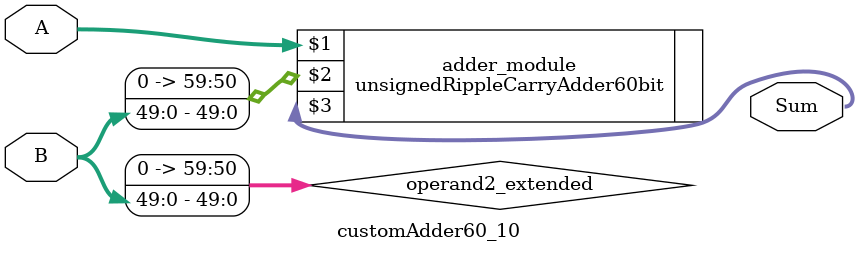
<source format=v>
module customAdder60_10(
                        input [59 : 0] A,
                        input [49 : 0] B,
                        
                        output [60 : 0] Sum
                );

        wire [59 : 0] operand2_extended;
        
        assign operand2_extended =  {10'b0, B};
        
        unsignedRippleCarryAdder60bit adder_module(
            A,
            operand2_extended,
            Sum
        );
        
        endmodule
        
</source>
